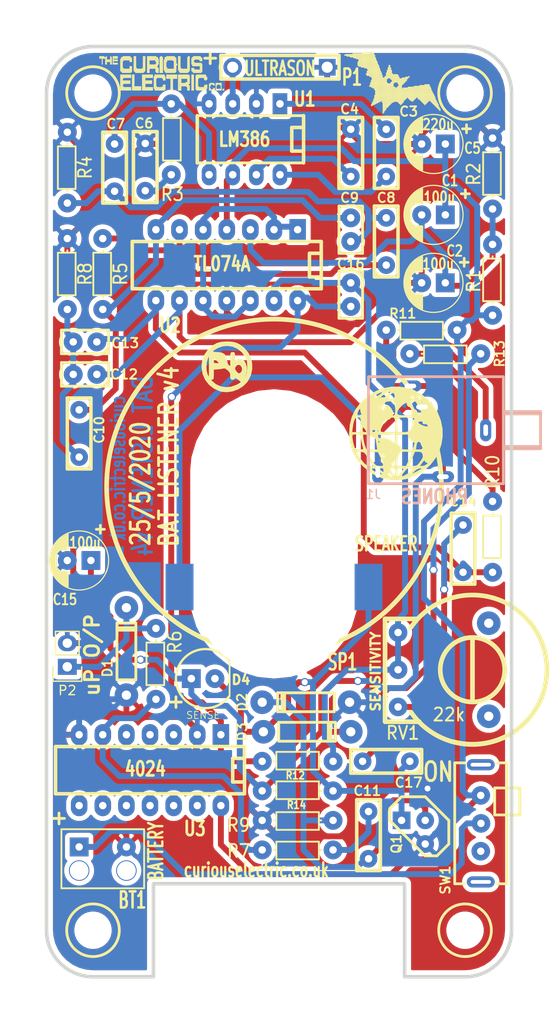
<source format=kicad_pcb>
(kicad_pcb (version 20171130) (host pcbnew "(5.1.0)-1")
  (title_block (date "10 sep 2013"))
  (layers (0 Component signal) (31 Copper signal) (34 B.Paste user) (35 F.Paste user) (36 B.SilkS user) (37 F.SilkS user) (38 B.Mask user) (39 F.Mask user) (44 Edge.Cuts user))
  (net 0 "")
  (net 1 +BATT)
  (net 2 GND)
  (net 3 GNDA)
  (net 4 "Net-(BT1-Pad1)")
  (net 5 "Net-(C1-Pad2)")
  (net 6 "Net-(C3-Pad1)")
  (net 7 "Net-(C3-Pad2)")
  (net 8 "Net-(C4-Pad1)")
  (net 9 "Net-(C6-Pad1)")
  (net 10 "Net-(C7-Pad1)")
  (net 11 "Net-(C7-Pad2)")
  (net 12 "Net-(C8-Pad1)")
  (net 13 "Net-(C10-Pad2)")
  (net 14 "Net-(C10-Pad1)")
  (net 15 "Net-(C11-Pad1)")
  (net 16 "Net-(C11-Pad2)")
  (net 17 "Net-(C12-Pad1)")
  (net 18 "Net-(C13-Pad1)")
  (net 19 "Net-(C14-Pad1)")
  (net 20 "Net-(C15-Pad1)")
  (net 21 "Net-(C16-Pad1)")
  (net 22 "Net-(C16-Pad2)")
  (net 23 "Net-(P1-Pad2)")
  (net 24 "Net-(D1-Pad2)")
  (net 25 "Net-(J1-Pad5)")
  (net 26 "Net-(C17-Pad1)")
  (net 27 "Net-(C17-Pad2)")
  (net 28 "Net-(J1-Pad1)")
  (net 29 "Net-(P13-Pad4)")
  (net 30 "Net-(P13-Pad1)")
  (net 31 "Net-(P13-Pad2)")
  (net 32 "Net-(P13-Pad3)")
  (net 33 "Net-(P13-Pad5)")
  (net 34 "Net-(P13-Pad6)")
  (net 35 "Net-(P13-Pad7)")
  (module reinnovation-footprints:TH_SPEAKER_36mm (layer Component) (at 124.465 87.31)
    (fp_text reference SP1 (at 7.361 18.862) (layer F.SilkS) (effects (font (size 1.72974 1.08712) (thickness 0.27178))))
    (fp_text value SPEAKER (at 12.06 6.162) (layer F.SilkS) (effects (font (size 1.524 1.016) (thickness 0.254))))
    (pad 1 smd rect (at -10.16 10.795) (size 3 5) (layers Copper B.Paste B.Mask) (net 25 "Net-(J1-Pad5)"))
    (pad 2 smd rect (at 10.16 10.795) (size 3 5) (layers Copper B.Paste B.Mask) (net 26 "Net-(C17-Pad1)"))
    (pad "" np_thru_hole oval (at 0 5.08) (size 17 30) (drill oval 17 30) (layers *.Cu *.Mask))
  )
  (module reinnovation-footprints:TH_PRESET_Thumb_Side (layer Component) (at 137.8 106.995)
    (fp_text reference RV1 (at 0.503 6.797) (layer F.SilkS) (effects (font (size 1.397 1.27) (thickness 0.2032))))
    (fp_text value 22k (at 5.461 4.826) (layer F.SilkS) (effects (font (size 1.397 1.27) (thickness 0.2032))))
    (pad 5 thru_hole circle (at 9.75 5) (size 2.54 2.54) (drill 1) (layers *.Cu *.Mask))
    (pad 1 thru_hole circle (at 0 -4) (size 2 2) (drill 0.8) (layers *.Cu *.Mask) (net 21 "Net-(C16-Pad1)"))
    (pad 4 thru_hole circle (at 9.75 -5) (size 2.54 2.54) (drill 1) (layers *.Cu *.Mask))
    (pad 3 thru_hole circle (at 0 4) (size 2 2) (drill 0.8) (layers *.Cu *.Mask) (net 19 "Net-(C14-Pad1)"))
    (pad 2 thru_hole circle (at 0 0) (size 2 2) (drill 0.8) (layers *.Cu *.Mask) (net 21 "Net-(C16-Pad1)"))
  )
  (module REInnovationFootprint:TH_LED-5MM (layer Component) (at 116.84 107.95)
    (fp_text reference D4 (at 4.064 0.127 180) (layer F.SilkS) (effects (font (thickness 0.25))))
    (fp_text value SENSE (at 0 3.937) (layer F.SilkS) (effects (font (size 0.762 0.762) (thickness 0.0889))))
    (fp_text user + (at -2.921 2.413) (layer F.SilkS) (effects (font (size 1.5 1.5) (thickness 0.3))))
    (pad 2 thru_hole circle (at 1.27 0) (size 2.032 2.032) (drill 0.8128) (layers *.Cu *.Mask) (net 26 "Net-(C17-Pad1)"))
    (pad 1 thru_hole rect (at -1.27 0) (size 2.032 2.032) (drill 0.8128) (layers *.Cu *.Mask) (net 20 "Net-(C15-Pad1)"))
  )
  (module REInnovationFootprint:TH_Diode_1 (layer Component) (at 128.27 110.49 180)
    (fp_text reference D2 (at 7.239 0 270) (layer F.SilkS) (effects (font (size 1.016 1.016) (thickness 0.2032))))
    (fp_text value 1N4148 hide)
    (pad 1 thru_hole circle (at -4.318 0 180) (size 2.54 2.54) (drill 1.00076) (layers *.Cu *.Mask) (net 2 GND))
    (pad 2 thru_hole circle (at 5.08 0 180) (size 2.54 2.54) (drill 1.00076) (layers *.Cu *.Mask) (net 15 "Net-(C11-Pad1)"))
  )
  (module REInnovationFootprint:TH_Diode_1 (layer Component) (at 108.59 105.41 90)
    (fp_text reference D1 (at -1.397 -2.037 90) (layer F.SilkS) (effects (font (size 1.016 1.016) (thickness 0.2032))))
    (fp_text value "5V1 ZENER" hide)
    (pad 1 thru_hole circle (at -4.318 0 90) (size 2.54 2.54) (drill 1.00076) (layers *.Cu *.Mask) (net 2 GND))
    (pad 2 thru_hole circle (at 5.08 0 90) (size 2.54 2.54) (drill 1.00076) (layers *.Cu *.Mask) (net 24 "Net-(D1-Pad2)"))
  )
  (module REInnovationFootprint:TH_Diode_1 (layer Component) (at 127.635 113.665)
    (fp_text reference D3 (at -6.604 0 90) (layer F.SilkS) (effects (font (size 1.016 1.016) (thickness 0.2032))))
    (fp_text value 1N4148 hide)
    (pad 1 thru_hole circle (at -4.318 0) (size 2.54 2.54) (drill 1.00076) (layers *.Cu *.Mask) (net 26 "Net-(C17-Pad1)"))
    (pad 2 thru_hole circle (at 5.08 0) (size 2.54 2.54) (drill 1.00076) (layers *.Cu *.Mask) (net 20 "Net-(C15-Pad1)"))
  )
  (module reinnovation-footprints:TH_Pin_Header_Straight_1x02 (layer Component) (at 102.235 106.68 180)
    (fp_text reference P2 (at 0 -2.54 180) (layer F.SilkS))
    (fp_text value "uP O/P" (at -2.667 1.27 270) (layer F.SilkS) (effects (font (size 1.524 1.524) (thickness 0.3048))))
    (pad 1 thru_hole rect (at 0 0 180) (size 2.032 1.7272) (drill 1.016) (layers *.Cu *.Mask) (net 24 "Net-(D1-Pad2)"))
    (pad 2 thru_hole oval (at 0 2.54 180) (size 2.032 1.7272) (drill 1.016) (layers *.Cu *.Mask) (net 2 GND))
  )
  (module REInnovationFootprint:NPN_BC337 (layer Component) (at 139.446 124.46 270)
    (fp_text reference Q1 (at 1.2827 1.8288 270) (layer F.SilkS) (effects (font (size 1.016 1.016) (thickness 0.2032))))
    (fp_text value BC337 hide)
    (pad 3 thru_hole circle (at 1.27 -1.27 270) (size 1.905 1.905) (drill 0.8001) (layers *.Cu *.Mask) (net 2 GND))
    (pad 2 thru_hole circle (at -1.27 -1.27 270) (size 1.905 1.905) (drill 0.8001) (layers *.Cu *.Mask) (net 15 "Net-(C11-Pad1)"))
    (pad 1 thru_hole rect (at -1.27 1.27 270) (size 1.905 1.905) (drill 0.8001) (layers *.Cu *.Mask) (net 26 "Net-(C17-Pad1)"))
  )
  (module reinnovation-footprints:SW_SPDT_R_Angle_ALIEX (layer Component) (at 146.69 123.505)
    (fp_text reference SW1 (at -3.81 6.096 270) (layer F.SilkS) (effects (font (size 1.016 1.016) (thickness 0.2032))))
    (fp_text value ON/OFF hide)
    (pad 2 thru_hole circle (at 0.0254 0.00762) (size 2 2) (drill 0.8) (layers *.Cu *.Mask) (net 4 "Net-(BT1-Pad1)"))
    (pad 1 thru_hole circle (at 0 -3) (size 2 2) (drill 0.8) (layers *.Cu *.Mask) (net 1 +BATT))
    (pad 3 thru_hole circle (at 0 3) (size 2 2) (drill 0.8) (layers *.Cu *.Mask))
    (pad 4 thru_hole oval (at 0 -6.3) (size 3 1.2) (drill oval 2.2 0.4) (layers *.Cu *.Mask))
    (pad 5 thru_hole oval (at 0 6.3) (size 3 1.2) (drill oval 2.2 0.4) (layers *.Cu *.Mask))
  )
  (module REInnovationFootprint:Batt_Connector_Strain_Relief (layer Component) (at 104.78 126.045)
    (fp_text reference BT1 (at 4.445 5.715 180) (layer F.SilkS) (effects (font (size 1.72974 1.08712) (thickness 0.27178))))
    (fp_text value BATTERY (at 6.98 0.447 90) (layer F.SilkS) (effects (font (size 1.524 1.016) (thickness 0.254))))
    (fp_text user + (at -3.434 -3.175) (layer F.SilkS) (effects (font (size 1.524 1.524) (thickness 0.3048))))
    (pad 1 thru_hole rect (at -1.27 0) (size 2.032 2.032) (drill 0.8001) (layers *.Cu *.Mask) (net 4 "Net-(BT1-Pad1)"))
    (pad 2 thru_hole circle (at 3.81 0) (size 2.032 2.032) (drill 0.8001) (layers *.Cu *.Mask) (net 2 GND))
    (pad 3 thru_hole circle (at -1.27 2.54) (size 2.19964 2.19964) (drill 1.99898) (layers *.Cu *.Mask))
    (pad 4 thru_hole circle (at 3.81 2.54) (size 2.19964 2.19964) (drill 1.99898) (layers *.Cu *.Mask))
  )
  (module REInnovationFootprint:DIP-14__300_ELL_lg_pad (layer Component) (at 119.38 63.5 180)
    (fp_text reference U2 (at 6.096 -6.477) (layer F.SilkS) (effects (font (size 1.524 1.143) (thickness 0.28702))))
    (fp_text value TL074A (at 0.508 0.127 180) (layer F.SilkS) (effects (font (size 1.524 1.143) (thickness 0.28575))))
    (pad 14 thru_hole oval (at -7.62 -3.81 180) (size 1.778 2.286) (drill 0.8) (layers *.Cu *.Mask) (net 22 "Net-(C16-Pad2)"))
    (pad 13 thru_hole oval (at -5.08 -3.81 180) (size 1.778 2.286) (drill 0.8) (layers *.Cu *.Mask) (net 21 "Net-(C16-Pad1)"))
    (pad 12 thru_hole oval (at -2.54 -3.81 180) (size 1.778 2.286) (drill 0.8) (layers *.Cu *.Mask) (net 3 GNDA))
    (pad 11 thru_hole oval (at 0 -3.81 180) (size 1.778 2.286) (drill 0.8) (layers *.Cu *.Mask) (net 2 GND))
    (pad 10 thru_hole oval (at 2.54 -3.81 180) (size 1.778 2.286) (drill 0.8) (layers *.Cu *.Mask) (net 3 GNDA))
    (pad 9 thru_hole oval (at 5.08 -3.81 180) (size 1.778 2.286) (drill 0.8) (layers *.Cu *.Mask) (net 17 "Net-(C12-Pad1)"))
    (pad 8 thru_hole oval (at 7.62 -3.81 180) (size 1.778 2.286) (drill 0.8) (layers *.Cu *.Mask) (net 18 "Net-(C13-Pad1)"))
    (pad 7 thru_hole oval (at 7.62 3.81 180) (size 1.778 2.286) (drill 0.8) (layers *.Cu *.Mask) (net 13 "Net-(C10-Pad2)"))
    (pad 6 thru_hole oval (at 5.08 3.81 180) (size 1.778 2.286) (drill 0.8) (layers *.Cu *.Mask) (net 12 "Net-(C8-Pad1)"))
    (pad 5 thru_hole oval (at 2.54 3.81 180) (size 1.778 2.286) (drill 0.8) (layers *.Cu *.Mask) (net 3 GNDA))
    (pad 4 thru_hole oval (at 0 3.81 180) (size 1.778 2.286) (drill 0.8) (layers *.Cu *.Mask) (net 1 +BATT))
    (pad 3 thru_hole oval (at -2.54 3.81 180) (size 1.778 2.286) (drill 0.8) (layers *.Cu *.Mask) (net 5 "Net-(C1-Pad2)"))
    (pad 2 thru_hole oval (at -5.08 3.81 180) (size 1.778 2.286) (drill 0.8) (layers *.Cu *.Mask) (net 3 GNDA))
    (pad 1 thru_hole rect (at -7.62 3.81 180) (size 1.778 2.286) (drill 0.8) (layers *.Cu *.Mask) (net 3 GNDA))
  )
  (module REInnovationFootprint:DIP-14__300_ELL_lg_pad (layer Component) (at 111.13 117.79 180)
    (fp_text reference U3 (at -4.821 -6.289) (layer F.SilkS) (effects (font (size 1.524 1.143) (thickness 0.28702))))
    (fp_text value 4024 (at 0.508 0.127 180) (layer F.SilkS) (effects (font (size 1.524 1.143) (thickness 0.28575))))
    (pad 14 thru_hole oval (at -7.62 -3.81 180) (size 1.778 2.286) (drill 0.8) (layers *.Cu *.Mask) (net 1 +BATT))
    (pad 13 thru_hole oval (at -5.08 -3.81 180) (size 1.778 2.286) (drill 0.8) (layers *.Cu *.Mask))
    (pad 12 thru_hole oval (at -2.54 -3.81 180) (size 1.778 2.286) (drill 0.8) (layers *.Cu *.Mask) (net 30 "Net-(P13-Pad1)"))
    (pad 11 thru_hole oval (at 0 -3.81 180) (size 1.778 2.286) (drill 0.8) (layers *.Cu *.Mask) (net 31 "Net-(P13-Pad2)"))
    (pad 10 thru_hole oval (at 2.54 -3.81 180) (size 1.778 2.286) (drill 0.8) (layers *.Cu *.Mask))
    (pad 9 thru_hole oval (at 5.08 -3.81 180) (size 1.778 2.286) (drill 0.8) (layers *.Cu *.Mask) (net 32 "Net-(P13-Pad3)"))
    (pad 8 thru_hole oval (at 7.62 -3.81 180) (size 1.778 2.286) (drill 0.8) (layers *.Cu *.Mask))
    (pad 7 thru_hole oval (at 7.62 3.81 180) (size 1.778 2.286) (drill 0.8) (layers *.Cu *.Mask) (net 2 GND))
    (pad 6 thru_hole oval (at 5.08 3.81 180) (size 1.778 2.286) (drill 0.8) (layers *.Cu *.Mask) (net 29 "Net-(P13-Pad4)"))
    (pad 5 thru_hole oval (at 2.54 3.81 180) (size 1.778 2.286) (drill 0.8) (layers *.Cu *.Mask) (net 33 "Net-(P13-Pad5)"))
    (pad 4 thru_hole oval (at 0 3.81 180) (size 1.778 2.286) (drill 0.8) (layers *.Cu *.Mask) (net 34 "Net-(P13-Pad6)"))
    (pad 3 thru_hole oval (at -2.54 3.81 180) (size 1.778 2.286) (drill 0.8) (layers *.Cu *.Mask) (net 35 "Net-(P13-Pad7)"))
    (pad 2 thru_hole oval (at -5.08 3.81 180) (size 1.778 2.286) (drill 0.8) (layers *.Cu *.Mask) (net 2 GND))
    (pad 1 thru_hole rect (at -7.62 3.81 180) (size 1.778 2.286) (drill 0.8) (layers *.Cu *.Mask) (net 22 "Net-(C16-Pad2)"))
  )
  (module REInnovationFootprint:DIP-8_300_ELL (layer Component) (at 117.48 49.972 180)
    (fp_text reference U1 (at -10.287 4.318 180) (layer F.SilkS) (effects (font (size 1.524 1.143) (thickness 0.28702))))
    (fp_text value LM386 (at -3.81 0 180) (layer F.SilkS) (effects (font (size 1.524 1.143) (thickness 0.28702))))
    (pad 1 thru_hole rect (at -7.62 3.81 180) (size 1.5748 2.286) (drill 0.8128) (layers *.Cu *.Mask) (net 6 "Net-(C3-Pad1)"))
    (pad 2 thru_hole oval (at -5.08 3.81 180) (size 1.5748 2.286) (drill 0.8128) (layers *.Cu *.Mask) (net 2 GND))
    (pad 3 thru_hole oval (at -2.54 3.81 180) (size 1.5748 2.286) (drill 0.8128) (layers *.Cu *.Mask) (net 23 "Net-(P1-Pad2)"))
    (pad 4 thru_hole oval (at 0 3.81 180) (size 1.5748 2.286) (drill 0.8128) (layers *.Cu *.Mask) (net 2 GND))
    (pad 5 thru_hole oval (at 0 -3.81 180) (size 1.5748 2.286) (drill 0.8128) (layers *.Cu *.Mask) (net 10 "Net-(C7-Pad1)"))
    (pad 6 thru_hole oval (at -2.54 -3.81 180) (size 1.5748 2.286) (drill 0.8128) (layers *.Cu *.Mask) (net 1 +BATT))
    (pad 7 thru_hole oval (at -5.08 -3.81 180) (size 1.5748 2.286) (drill 0.8128) (layers *.Cu *.Mask) (net 8 "Net-(C4-Pad1)"))
    (pad 8 thru_hole oval (at -7.62 -3.81 180) (size 1.5748 2.286) (drill 0.8128) (layers *.Cu *.Mask) (net 7 "Net-(C3-Pad2)"))
  )
  (module reinnovation-footprints:TH_Ultra_sonic_Rx (layer Component) (at 128.91 42.225 180)
    (fp_text reference P1 (at -3.932 -1.082 180) (layer F.SilkS) (effects (font (size 1.72974 1.08712) (thickness 0.27178))))
    (fp_text value ULTRASON (at 3.81 -0.127 180) (layer F.SilkS) (effects (font (size 1.524 1.016) (thickness 0.254))))
    (fp_text user + (at 11.308 1.077 180) (layer F.SilkS) (effects (font (size 1.524 1.524) (thickness 0.3048))))
    (pad 1 thru_hole rect (at -1.27 0 180) (size 1.80086 1.80086) (drill 1.2) (layers *.Cu *.Mask) (net 2 GND))
    (pad 2 thru_hole circle (at 8.89 0 180) (size 2 2) (drill 1.2) (layers *.Cu *.Mask) (net 23 "Net-(P1-Pad2)"))
  )
  (module reinnovation-footprints:PCB_50x100mm_PP3_CutOut (layer Component) (at 100 140)
    (fp_text reference P5 hide)
    (fp_text value PCB hide)
    (pad "" np_thru_hole circle (at 45 -95) (size 3 3) (drill 3) (layers *.Cu *.Mask))
    (pad "" np_thru_hole circle (at 5 -95) (size 3 3) (drill 3) (layers *.Cu *.Mask))
    (pad "" np_thru_hole circle (at 5 -5) (size 3 3) (drill 3) (layers *.Cu *.Mask))
    (pad "" np_thru_hole circle (at 45 -5) (size 3 3) (drill 3) (layers *.Cu *.Mask))
  )
  (module REInnovationFootprint:C_1V7_TH (layer Component) (at 141.61 58.1 180)
    (fp_text reference C1 (at -1.778 3.683 180) (layer F.SilkS) (effects (font (size 1.143 0.889) (thickness 0.2032))))
    (fp_text value 100u (at -0.635 1.905 180) (layer F.SilkS) (effects (font (size 1.143 0.889) (thickness 0.2032))))
    (fp_text user + (at -3.424 2.347 180) (layer F.SilkS) (effects (font (size 1.143 1.143) (thickness 0.28702))))
    (pad 2 thru_hole circle (at 1.27 0 180) (size 2.032 2.032) (drill 0.8001) (layers *.Cu *.Mask) (net 5 "Net-(C1-Pad2)"))
    (pad 1 thru_hole rect (at -1.27 0 180) (size 2.032 2.032) (drill 0.8001) (layers *.Cu *.Mask) (net 1 +BATT))
  )
  (module REInnovationFootprint:C_1V7_TH (layer Component) (at 141.61 50.48 180)
    (fp_text reference C5 (at -4.186 -0.447 180) (layer F.SilkS) (effects (font (size 1.143 0.889) (thickness 0.2032))))
    (fp_text value 220u (at -0.503 2.093 180) (layer F.SilkS) (effects (font (size 1.143 0.889) (thickness 0.2032))))
    (fp_text user + (at -3.551 1.712 180) (layer F.SilkS) (effects (font (size 1.143 1.143) (thickness 0.28702))))
    (pad 2 thru_hole circle (at 1.27 0 180) (size 2.032 2.032) (drill 0.8001) (layers *.Cu *.Mask) (net 2 GND))
    (pad 1 thru_hole rect (at -1.27 0 180) (size 2.032 2.032) (drill 0.8001) (layers *.Cu *.Mask) (net 1 +BATT))
  )
  (module REInnovationFootprint:C_1V7_TH (layer Component) (at 141.605 65.405 180)
    (fp_text reference C2 (at -2.286 3.429 180) (layer F.SilkS) (effects (font (size 1.143 0.889) (thickness 0.2032))))
    (fp_text value 100u (at -0.508 2.032 180) (layer F.SilkS) (effects (font (size 1.143 0.889) (thickness 0.2032))))
    (fp_text user + (at -3.302 2.286 180) (layer F.SilkS) (effects (font (size 1.143 1.143) (thickness 0.28702))))
    (pad 2 thru_hole circle (at 1.27 0 180) (size 2.032 2.032) (drill 0.8001) (layers *.Cu *.Mask) (net 2 GND))
    (pad 1 thru_hole rect (at -1.27 0 180) (size 2.032 2.032) (drill 0.8001) (layers *.Cu *.Mask) (net 5 "Net-(C1-Pad2)"))
  )
  (module REInnovationFootprint:C_1V7_TH (layer Component) (at 103.505 95.25 180)
    (fp_text reference C15 (at 1.524 -4.191 180) (layer F.SilkS) (effects (font (size 1.143 0.889) (thickness 0.2032))))
    (fp_text value 100u (at -0.635 1.905 180) (layer F.SilkS) (effects (font (size 1.143 0.889) (thickness 0.2032))))
    (fp_text user + (at -2.286 3.429 180) (layer F.SilkS) (effects (font (size 1.143 1.143) (thickness 0.28702))))
    (pad 2 thru_hole circle (at 1.27 0 180) (size 2.032 2.032) (drill 0.8001) (layers *.Cu *.Mask) (net 2 GND))
    (pad 1 thru_hole rect (at -1.27 0 180) (size 2.032 2.032) (drill 0.8001) (layers *.Cu *.Mask) (net 20 "Net-(C15-Pad1)"))
  )
  (module REInnovationFootprint:TH_Resistor_1 (layer Component) (at 147.96 92.71 90)
    (fp_text reference R10 (at 6.985 0 270) (layer F.SilkS) (effects (font (size 1.397 1.27) (thickness 0.2032))))
    (fp_text value 560k hide)
    (pad 1 thru_hole circle (at -3.81 0 90) (size 2.032 2.032) (drill 0.8001) (layers *.Cu *.Mask) (net 18 "Net-(C13-Pad1)"))
    (pad 2 thru_hole circle (at 3.81 0 90) (size 2.032 2.032) (drill 0.8001) (layers *.Cu *.Mask) (net 17 "Net-(C12-Pad1)"))
  )
  (module REInnovationFootprint:TH_Resistor_1 (layer Component) (at 147.96 65.085 90)
    (fp_text reference R1 (at -0.127 -2.032 90) (layer F.SilkS) (effects (font (size 1.397 1.27) (thickness 0.2032))))
    (fp_text value 47k hide)
    (pad 1 thru_hole circle (at -3.81 0 90) (size 2.032 2.032) (drill 0.8001) (layers *.Cu *.Mask) (net 1 +BATT))
    (pad 2 thru_hole circle (at 3.81 0 90) (size 2.032 2.032) (drill 0.8001) (layers *.Cu *.Mask) (net 5 "Net-(C1-Pad2)"))
  )
  (module REInnovationFootprint:TH_Resistor_1 (layer Component) (at 147.96 53.655 90)
    (fp_text reference R2 (at -0.066 -2.037 90) (layer F.SilkS) (effects (font (size 1.397 1.27) (thickness 0.2032))))
    (fp_text value 47k hide)
    (pad 1 thru_hole circle (at -3.81 0 90) (size 2.032 2.032) (drill 0.8001) (layers *.Cu *.Mask) (net 5 "Net-(C1-Pad2)"))
    (pad 2 thru_hole circle (at 3.81 0 90) (size 2.032 2.032) (drill 0.8001) (layers *.Cu *.Mask) (net 2 GND))
  )
  (module REInnovationFootprint:TH_Resistor_1 (layer Component) (at 113.416 49.972 270)
    (fp_text reference R3 (at 5.908 -0.122 180) (layer F.SilkS) (effects (font (size 1.397 1.27) (thickness 0.2032))))
    (fp_text value 10 hide)
    (pad 1 thru_hole circle (at -3.81 0 270) (size 2.032 2.032) (drill 0.8001) (layers *.Cu *.Mask) (net 10 "Net-(C7-Pad1)"))
    (pad 2 thru_hole circle (at 3.81 0 270) (size 2.032 2.032) (drill 0.8001) (layers *.Cu *.Mask) (net 9 "Net-(C6-Pad1)"))
  )
  (module REInnovationFootprint:TH_Resistor_1 (layer Component) (at 102.24 53.02 90)
    (fp_text reference R4 (at 0 1.905 270) (layer F.SilkS) (effects (font (size 1.397 1.27) (thickness 0.2032))))
    (fp_text value 1k3 hide)
    (pad 1 thru_hole circle (at -3.81 0 90) (size 2.032 2.032) (drill 0.8001) (layers *.Cu *.Mask) (net 11 "Net-(C7-Pad2)"))
    (pad 2 thru_hole circle (at 3.81 0 90) (size 2.032 2.032) (drill 0.8001) (layers *.Cu *.Mask) (net 2 GND))
  )
  (module REInnovationFootprint:TH_Resistor_1 (layer Component) (at 106.05 64.45 90)
    (fp_text reference R5 (at 0 1.905 90) (layer F.SilkS) (effects (font (size 1.397 1.27) (thickness 0.2032))))
    (fp_text value 150k hide)
    (pad 1 thru_hole circle (at -3.81 0 90) (size 2.032 2.032) (drill 0.8001) (layers *.Cu *.Mask) (net 13 "Net-(C10-Pad2)"))
    (pad 2 thru_hole circle (at 3.81 0 90) (size 2.032 2.032) (drill 0.8001) (layers *.Cu *.Mask) (net 12 "Net-(C8-Pad1)"))
  )
  (module REInnovationFootprint:TH_Resistor_1 (layer Component) (at 111.765 106.36 90)
    (fp_text reference R6 (at 2.347 2.027 90) (layer F.SilkS) (effects (font (size 1.397 1.27) (thickness 0.2032))))
    (fp_text value 100k hide)
    (pad 1 thru_hole circle (at -3.81 0 90) (size 2.032 2.032) (drill 0.8001) (layers *.Cu *.Mask) (net 29 "Net-(P13-Pad4)"))
    (pad 2 thru_hole circle (at 3.81 0 90) (size 2.032 2.032) (drill 0.8001) (layers *.Cu *.Mask) (net 24 "Net-(D1-Pad2)"))
  )
  (module REInnovationFootprint:TH_Resistor_1 (layer Component) (at 127 126.365 180)
    (fp_text reference R7 (at 6.35 -0.127 180) (layer F.SilkS) (effects (font (size 1.397 1.27) (thickness 0.2032))))
    (fp_text value 1k hide)
    (pad 1 thru_hole circle (at -3.81 0 180) (size 2.032 2.032) (drill 0.8001) (layers *.Cu *.Mask) (net 16 "Net-(C11-Pad2)"))
    (pad 2 thru_hole circle (at 3.81 0 180) (size 2.032 2.032) (drill 0.8001) (layers *.Cu *.Mask) (net 29 "Net-(P13-Pad4)"))
  )
  (module REInnovationFootprint:TH_Resistor_1 (layer Component) (at 102.24 64.45 90)
    (fp_text reference R8 (at 0 1.905 90) (layer F.SilkS) (effects (font (size 1.397 1.27) (thickness 0.2032))))
    (fp_text value 1k hide)
    (pad 1 thru_hole circle (at -3.81 0 90) (size 2.032 2.032) (drill 0.8001) (layers *.Cu *.Mask) (net 14 "Net-(C10-Pad1)"))
    (pad 2 thru_hole circle (at 3.81 0 90) (size 2.032 2.032) (drill 0.8001) (layers *.Cu *.Mask) (net 2 GND))
  )
  (module REInnovationFootprint:TH_Resistor_1 (layer Component) (at 127 123.19 180)
    (fp_text reference R9 (at 6.35 -0.508 180) (layer F.SilkS) (effects (font (size 1.397 1.27) (thickness 0.2032))))
    (fp_text value 470k hide)
    (pad 1 thru_hole circle (at -3.81 0 180) (size 2.032 2.032) (drill 0.8001) (layers *.Cu *.Mask) (net 15 "Net-(C11-Pad1)"))
    (pad 2 thru_hole circle (at 3.81 0 180) (size 2.032 2.032) (drill 0.8001) (layers *.Cu *.Mask) (net 2 GND))
  )
  (module REInnovationFootprint:TH_Resistor_1 (layer Component) (at 140.335 70.485 180)
    (fp_text reference R11 (at 2.032 1.778) (layer F.SilkS) (effects (font (thickness 0.2032))))
    (fp_text value 100 hide)
    (pad 1 thru_hole circle (at -3.81 0 180) (size 2.032 2.032) (drill 0.8001) (layers *.Cu *.Mask) (net 1 +BATT))
    (pad 2 thru_hole circle (at 3.81 0 180) (size 2.032 2.032) (drill 0.8001) (layers *.Cu *.Mask) (net 20 "Net-(C15-Pad1)"))
  )
  (module REInnovationFootprint:TH_Resistor_1 (layer Component) (at 127 120.015)
    (fp_text reference R14 (at -0.127 1.524) (layer F.SilkS) (effects (font (size 0.8 0.7) (thickness 0.175))))
    (fp_text value 1k hide)
    (pad 1 thru_hole circle (at -3.81 0) (size 2.032 2.032) (drill 0.8001) (layers *.Cu *.Mask) (net 20 "Net-(C15-Pad1)"))
    (pad 2 thru_hole circle (at 3.81 0) (size 2.032 2.032) (drill 0.8001) (layers *.Cu *.Mask) (net 26 "Net-(C17-Pad1)"))
  )
  (module REInnovationFootprint:TH_Resistor_1 (layer Component) (at 142.875 73.025 180)
    (fp_text reference R13 (at -5.842 0 270) (layer F.SilkS) (effects (font (thickness 0.2032))))
    (fp_text value 100 hide)
    (pad 1 thru_hole circle (at -3.81 0 180) (size 2.032 2.032) (drill 0.8001) (layers *.Cu *.Mask) (net 27 "Net-(C17-Pad2)"))
    (pad 2 thru_hole circle (at 3.81 0 180) (size 2.032 2.032) (drill 0.8001) (layers *.Cu *.Mask) (net 28 "Net-(J1-Pad1)"))
  )
  (module REInnovationFootprint:TH_Resistor_1 (layer Component) (at 127 116.84)
    (fp_text reference R12 (at -0.254 1.524) (layer F.SilkS) (effects (font (size 0.8 0.7) (thickness 0.175))))
    (fp_text value 10k hide)
    (pad 1 thru_hole circle (at -3.81 0) (size 2.032 2.032) (drill 0.8001) (layers *.Cu *.Mask) (net 22 "Net-(C16-Pad2)"))
    (pad 2 thru_hole circle (at 3.81 0) (size 2.032 2.032) (drill 0.8001) (layers *.Cu *.Mask) (net 21 "Net-(C16-Pad1)"))
  )
  (module REInnovationFootprint:TH_3_5mm_Jack_oval_holes (layer Copper) (at 134.62 86.995 90)
    (fp_text reference J1 (at -1.143 0.508) (layer B.SilkS) (effects (justify mirror)))
    (fp_text value PHONES (at -1.397 7.112) (layer B.SilkS) (effects (font (size 1.5 1.2) (thickness 0.3)) (justify mirror)))
    (pad 5 thru_hole oval (at 1.25 1 90) (size 2.4 1.2) (drill oval 1.25 0.5) (layers *.Cu *.Mask) (net 25 "Net-(J1-Pad5)"))
    (pad 3 thru_hole oval (at 10.5 4.5 90) (size 1.2 2.4) (drill oval 0.5 1.25) (layers *.Cu *.Mask) (net 20 "Net-(C15-Pad1)"))
    (pad 2 thru_hole oval (at 0.75 8 90) (size 1.2 2.4) (drill oval 0.5 1.25) (layers *.Cu *.Mask) (net 20 "Net-(C15-Pad1)"))
    (pad 1 thru_hole oval (at 5.75 12.6 90) (size 2.4 1.2) (drill oval 1.25 0.5) (layers *.Cu *.Mask) (net 28 "Net-(J1-Pad1)"))
    (pad 6 thru_hole oval (at 8.25 5.75 90) (size 1.2 2.4) (drill oval 0.5 1.25) (layers *.Cu *.Mask) (net 25 "Net-(J1-Pad5)"))
  )
  (module CuriousElectric3:TCEC_Words_13mm (layer Component) (at 105.41 40.767)
    (fp_text reference P10 hide)
    (fp_text value LOGO1 hide)
  )
  (module CuriousElectric3:CuriousElectric_globe_10mm (layer Component) (at 137.541 81.534)
    (fp_text reference P11 hide)
    (fp_text value LOGO2 hide)
  )
  (module CuriousElectric3:Bat_Logo (layer Component) (at 131.826 40.005)
    (fp_text reference P4 hide)
    (fp_text value BAT hide)
  )
  (module REInnovationGraphics:PH_LOGO_NO_Pb (layer Component) (at 119.38 74.422)
    (fp_text reference P3 hide)
    (fp_text value NO_Pb hide)
  )
  (module REInnovationFootprint:C1_wide_lg_pad (layer Component) (at 136.525 50.165 270)
    (fp_text reference C3 (at -3.175 -2.413) (layer F.SilkS) (effects (font (size 1.016 1.016) (thickness 0.2032))))
    (fp_text value 220n hide)
    (pad 1 thru_hole circle (at -1.27 0 270) (size 1.905 1.905) (drill 0.8001) (layers *.Cu *.Mask) (net 6 "Net-(C3-Pad1)"))
    (pad 2 thru_hole circle (at 3.81 0 270) (size 1.905 1.905) (drill 0.8001) (layers *.Cu *.Mask) (net 7 "Net-(C3-Pad2)"))
  )
  (module REInnovationFootprint:C1_wide_lg_pad (layer Component) (at 132.715 52.705 90)
    (fp_text reference C4 (at 5.969 -0.127 180) (layer F.SilkS) (effects (font (size 1.016 1.016) (thickness 0.2032))))
    (fp_text value 47n hide)
    (pad 1 thru_hole circle (at -1.27 0 90) (size 1.905 1.905) (drill 0.8001) (layers *.Cu *.Mask) (net 8 "Net-(C4-Pad1)"))
    (pad 2 thru_hole circle (at 3.81 0 90) (size 1.905 1.905) (drill 0.8001) (layers *.Cu *.Mask) (net 2 GND))
  )
  (module REInnovationFootprint:C1_wide_lg_pad (layer Component) (at 110.617 54.229 90)
    (fp_text reference C6 (at 5.969 -0.127 180) (layer F.SilkS) (effects (font (size 1.016 1.016) (thickness 0.2032))))
    (fp_text value 47n hide)
    (pad 2 thru_hole circle (at 3.81 0 90) (size 1.905 1.905) (drill 0.8001) (layers *.Cu *.Mask) (net 2 GND))
    (pad 1 thru_hole circle (at -1.27 0 90) (size 1.905 1.905) (drill 0.8001) (layers *.Cu *.Mask) (net 9 "Net-(C6-Pad1)"))
  )
  (module REInnovationFootprint:C1_wide_lg_pad (layer Component) (at 107.32 51.75 270)
    (fp_text reference C7 (at -3.429 -0.127) (layer F.SilkS) (effects (font (size 1.016 1.016) (thickness 0.2032))))
    (fp_text value 2n2 hide)
    (pad 1 thru_hole circle (at -1.27 0 270) (size 1.905 1.905) (drill 0.8001) (layers *.Cu *.Mask) (net 10 "Net-(C7-Pad1)"))
    (pad 2 thru_hole circle (at 3.81 0 270) (size 1.905 1.905) (drill 0.8001) (layers *.Cu *.Mask) (net 11 "Net-(C7-Pad2)"))
  )
  (module REInnovationFootprint:C1_wide_lg_pad (layer Component) (at 136.525 62.23 90)
    (fp_text reference C8 (at 5.969 0 180) (layer F.SilkS) (effects (font (size 1.016 1.016) (thickness 0.2032))))
    (fp_text value 1n5 hide)
    (pad 2 thru_hole circle (at 3.81 0 90) (size 1.905 1.905) (drill 0.8001) (layers *.Cu *.Mask) (net 11 "Net-(C7-Pad2)"))
    (pad 1 thru_hole circle (at -1.27 0 90) (size 1.905 1.905) (drill 0.8001) (layers *.Cu *.Mask) (net 12 "Net-(C8-Pad1)"))
  )
  (module REInnovationFootprint:C1_wide_lg_pad (layer Component) (at 103.51 82.865 90)
    (fp_text reference C10 (at 1.651 2.159 90) (layer F.SilkS) (effects (font (size 1.016 1.016) (thickness 0.2032))))
    (fp_text value 1n hide)
    (pad 2 thru_hole circle (at 3.81 0 90) (size 1.905 1.905) (drill 0.8001) (layers *.Cu *.Mask) (net 13 "Net-(C10-Pad2)"))
    (pad 1 thru_hole circle (at -1.27 0 90) (size 1.905 1.905) (drill 0.8001) (layers *.Cu *.Mask) (net 14 "Net-(C10-Pad1)"))
  )
  (module REInnovationFootprint:C1_wide_lg_pad (layer Component) (at 134.625 126.045 90)
    (fp_text reference C11 (at 6.03 -0.132) (layer F.SilkS) (effects (font (size 1.016 1.016) (thickness 0.2032))))
    (fp_text value 33n hide)
    (pad 2 thru_hole circle (at 3.81 0 90) (size 1.905 1.905) (drill 0.8001) (layers *.Cu *.Mask) (net 16 "Net-(C11-Pad2)"))
    (pad 1 thru_hole circle (at -1.27 0 90) (size 1.905 1.905) (drill 0.8001) (layers *.Cu *.Mask) (net 15 "Net-(C11-Pad1)"))
  )
  (module REInnovationFootprint:C1_wide_lg_pad (layer Component) (at 144.785 92.71 270)
    (fp_text reference C14 (at -3.81 0) (layer F.SilkS) (effects (font (size 1.016 1.016) (thickness 0.2032))))
    (fp_text value 100n hide)
    (pad 1 thru_hole circle (at -1.27 0 270) (size 1.905 1.905) (drill 0.8001) (layers *.Cu *.Mask) (net 19 "Net-(C14-Pad1)"))
    (pad 2 thru_hole circle (at 3.81 0 270) (size 1.905 1.905) (drill 0.8001) (layers *.Cu *.Mask) (net 18 "Net-(C13-Pad1)"))
  )
  (module REInnovationFootprint:C1_wide_lg_pad (layer Component) (at 137.795 116.84 180)
    (fp_text reference C17 (at -1.143 -2.286 180) (layer F.SilkS) (effects (font (size 1.016 1.016) (thickness 0.2032))))
    (fp_text value 33n hide)
    (pad 2 thru_hole circle (at 3.81 0 180) (size 1.905 1.905) (drill 0.8001) (layers *.Cu *.Mask) (net 27 "Net-(C17-Pad2)"))
    (pad 1 thru_hole circle (at -1.27 0 180) (size 1.905 1.905) (drill 0.8001) (layers *.Cu *.Mask) (net 26 "Net-(C17-Pad1)"))
  )
  (module REInnovationFootprint:C1_lg_pad (layer Component) (at 132.715 59.69 270)
    (fp_text reference C9 (at -3.429 0.127) (layer F.SilkS) (effects (font (size 1.016 1.016) (thickness 0.2032))))
    (fp_text value 100p hide)
    (pad 2 thru_hole circle (at 1.27 0 270) (size 2.032 2.032) (drill 0.8001) (layers *.Cu *.Mask) (net 11 "Net-(C7-Pad2)"))
    (pad 1 thru_hole circle (at -1.27 0 270) (size 2.032 2.032) (drill 0.8001) (layers *.Cu *.Mask) (net 13 "Net-(C10-Pad2)"))
  )
  (module REInnovationFootprint:C1_lg_pad (layer Component) (at 104.145 75.245 180)
    (fp_text reference C12 (at -4.191 0 180) (layer F.SilkS) (effects (font (size 1.016 1.016) (thickness 0.2032))))
    (fp_text value 470p hide)
    (pad 2 thru_hole circle (at 1.27 0 180) (size 2.032 2.032) (drill 0.8001) (layers *.Cu *.Mask) (net 14 "Net-(C10-Pad1)"))
    (pad 1 thru_hole circle (at -1.27 0 180) (size 2.032 2.032) (drill 0.8001) (layers *.Cu *.Mask) (net 17 "Net-(C12-Pad1)"))
  )
  (module REInnovationFootprint:C1_lg_pad (layer Component) (at 104.14 71.755 180)
    (fp_text reference C13 (at -4.318 -0.127 180) (layer F.SilkS) (effects (font (size 1.016 1.016) (thickness 0.2032))))
    (fp_text value 470p hide)
    (pad 1 thru_hole circle (at -1.27 0 180) (size 2.032 2.032) (drill 0.8001) (layers *.Cu *.Mask) (net 18 "Net-(C13-Pad1)"))
    (pad 2 thru_hole circle (at 1.27 0 180) (size 2.032 2.032) (drill 0.8001) (layers *.Cu *.Mask) (net 14 "Net-(C10-Pad1)"))
  )
  (module REInnovationFootprint:C1_lg_pad (layer Component) (at 132.715 66.675 270)
    (fp_text reference C16 (at -3.302 0) (layer F.SilkS) (effects (font (size 1.016 1.016) (thickness 0.2032))))
    (fp_text value 100p hide)
    (pad 1 thru_hole circle (at -1.27 0 270) (size 2.032 2.032) (drill 0.8001) (layers *.Cu *.Mask) (net 21 "Net-(C16-Pad1)"))
    (pad 2 thru_hole circle (at 1.27 0 270) (size 2.032 2.032) (drill 0.8001) (layers *.Cu *.Mask) (net 22 "Net-(C16-Pad2)"))
  )
  (gr_text "BAT LISTENER v4" (at 113.157 84.074 90) (layer F.SilkS) (effects (font (size 2.032 1.524) (thickness 0.3048))))
  (gr_line (start 150 135) (end 150 45) (angle 90) (layer Edge.Cuts) (width 0.381))
  (gr_text ON (at 142.113 117.983) (layer F.SilkS) (effects (font (size 2.032 1.524) (thickness 0.3048))))
  (gr_text SENSITIVITY (at 135.382 107.188 90) (layer F.SilkS) (effects (font (size 1 1) (thickness 0.25))))
  (gr_text "BAT LISTENER v4" (at 110.363 85.09 90) (layer Copper) (effects (font (size 2.032 1.524) (thickness 0.3048)) (justify mirror)))
  (gr_text curiouselectric.co.uk (at 107.696 85.344 90) (layer Copper) (effects (font (size 1.50114 1.00076) (thickness 0.25019)) (justify mirror)))
  (gr_line (start 138.5 140) (end 145 140) (angle 90) (layer Edge.Cuts) (width 0.381))
  (gr_line (start 138.5 130) (end 138.5 140) (angle 90) (layer Edge.Cuts) (width 0.381))
  (gr_line (start 111.5 130) (end 138.5 130) (angle 90) (layer Edge.Cuts) (width 0.381))
  (gr_line (start 111.5 140) (end 111.5 130) (angle 90) (layer Edge.Cuts) (width 0.381))
  (gr_line (start 105 140) (end 111.5 140) (angle 90) (layer Edge.Cuts) (width 0.381))
  (gr_arc (start 105 135) (end 105 140) (angle 90) (layer Edge.Cuts) (width 0.381))
  (gr_arc (start 145 135) (end 150 135) (angle 90) (layer Edge.Cuts) (width 0.381))
  (gr_arc (start 145 45) (end 145 40) (angle 90) (layer Edge.Cuts) (width 0.381))
  (gr_arc (start 105 45) (end 100 45) (angle 90) (layer Edge.Cuts) (width 0.381))
  (gr_line (start 145 40) (end 105 40) (angle 90) (layer Edge.Cuts) (width 0.381))
  (gr_line (start 100 45) (end 100 135) (angle 90) (layer Edge.Cuts) (width 0.381))
  (gr_text 25/5/2020 (at 110.109 86.995 90) (layer F.SilkS) (effects (font (size 2.032 1.524) (thickness 0.3048))))
  (gr_text curiouselectric.co.uk (at 122.555 128.524) (layer F.SilkS) (effects (font (size 1.50114 1.00076) (thickness 0.25019))))
  (segment (start 120.02 53.782) (end 120.02 52.573) (width 0.635) (layer Copper) (net 1))
  (segment (start 133.096 52.324) (end 142.88 52.324) (width 0.635) (layer Copper) (net 1))
  (segment (start 131.699 50.927) (end 133.096 52.324) (width 0.635) (layer Copper) (net 1))
  (segment (start 121.666 50.927) (end 131.699 50.927) (width 0.635) (layer Copper) (net 1))
  (segment (start 120.02 52.573) (end 121.666 50.927) (width 0.635) (layer Copper) (net 1))
  (segment (start 146.309 57.211) (end 144.023 54.925) (width 0.635) (layer Copper) (net 1))
  (segment (start 146.309 68.895) (end 147.96 68.895) (width 0.635) (layer Copper) (net 1))
  (segment (start 120.02 53.782) (end 120.02 52.893) (width 0.635) (layer Copper) (net 1))
  (segment (start 142.88 54.925) (end 144.023 54.925) (width 0.635) (layer Copper) (net 1))
  (segment (start 119.385 59.37) (end 119.385 54.417) (width 0.635) (layer Component) (net 1))
  (segment (start 119.385 54.417) (end 120.02 53.782) (width 0.635) (layer Component) (net 1))
  (segment (start 142.88 50.48) (end 142.88 52.324) (width 0.635) (layer Copper) (net 1))
  (segment (start 142.88 52.324) (end 142.88 52.639) (width 0.635) (layer Copper) (net 1))
  (segment (start 142.88 52.639) (end 142.88 54.925) (width 0.635) (layer Copper) (net 1))
  (segment (start 142.88 54.925) (end 142.88 58.1) (width 0.635) (layer Copper) (net 1))
  (segment (start 146.309 68.895) (end 146.309 67.686) (width 0.635) (layer Copper) (net 1))
  (segment (start 146.309 67.686) (end 146.309 57.211) (width 0.635) (layer Copper) (net 1))
  (segment (start 145.734999 69.469001) (end 146.309 68.895) (width 0.635) (layer Copper) (net 1))
  (segment (start 145.160999 69.469001) (end 145.734999 69.469001) (width 0.635) (layer Copper) (net 1))
  (segment (start 144.145 70.485) (end 145.160999 69.469001) (width 0.635) (layer Copper) (net 1))
  (segment (start 118.75 121.6) (end 118.75 125.791) (width 0.635) (layer Component) (net 1))
  (segment (start 118.75 125.791) (end 121.925 128.966) (width 0.635) (layer Component) (net 1))
  (segment (start 121.925 128.966) (end 137.099 128.966) (width 0.635) (layer Component) (net 1))
  (segment (start 143.515 123.632) (end 146.7154 120.4316) (width 0.635) (layer Component) (net 1))
  (segment (start 143.515 125.725) (end 143.515 123.632) (width 0.635) (layer Component) (net 1))
  (segment (start 137.099 128.966) (end 138.684 127.381) (width 0.635) (layer Component) (net 1))
  (segment (start 138.684 127.381) (end 141.859 127.381) (width 0.635) (layer Component) (net 1))
  (segment (start 141.859 127.381) (end 143.515 125.725) (width 0.635) (layer Component) (net 1))
  (segment (start 145.27 120.505) (end 146.69 120.505) (width 0.635) (layer Copper) (net 1))
  (segment (start 144.74549 119.98049) (end 145.27 120.505) (width 0.635) (layer Copper) (net 1))
  (segment (start 140.589 99.314) (end 144.74549 103.47049) (width 0.635) (layer Copper) (net 1))
  (segment (start 144.74549 103.47049) (end 144.74549 119.98049) (width 0.635) (layer Copper) (net 1))
  (segment (start 140.589 92.329) (end 140.589 91.059) (width 0.635) (layer Copper) (net 1))
  (segment (start 140.589 92.329) (end 140.589 99.314) (width 0.635) (layer Copper) (net 1))
  (segment (start 140.589 91.059) (end 144.526 87.122) (width 0.635) (layer Copper) (net 1))
  (segment (start 144.145 71.92184) (end 144.145 70.485) (width 0.635) (layer Copper) (net 1))
  (segment (start 144.526 72.30284) (end 144.145 71.92184) (width 0.635) (layer Copper) (net 1))
  (segment (start 144.526 87.122) (end 144.526 72.30284) (width 0.635) (layer Copper) (net 1))
  (segment (start 108.59 126.045) (end 108.59 124.719) (width 0.635) (layer Component) (net 2))
  (segment (start 102.814 123.825) (end 101.478 122.489) (width 0.635) (layer Component) (net 2))
  (segment (start 107.696 123.825) (end 102.814 123.825) (width 0.635) (layer Component) (net 2))
  (segment (start 108.59 124.719) (end 107.696 123.825) (width 0.635) (layer Component) (net 2))
  (segment (start 132.715 48.895) (end 132.715 49.276) (width 0.635) (layer Component) (net 2))
  (segment (start 132.715 49.276) (end 133.919 50.48) (width 0.635) (layer Component) (net 2))
  (segment (start 133.919 50.48) (end 140.34 50.48) (width 0.635) (layer Component) (net 2))
  (segment (start 138.562 51.435) (end 138.562 50.48) (width 0.635) (layer Component) (net 2))
  (segment (start 140.34 62.418) (end 138.562 60.64) (width 0.635) (layer Component) (net 2))
  (segment (start 138.562 60.64) (end 138.562 51.435) (width 0.635) (layer Component) (net 2))
  (segment (start 140.34 65.72) (end 140.34 62.418) (width 0.635) (layer Component) (net 2))
  (segment (start 138.562 50.48) (end 138.557 50.475) (width 0.635) (layer Component) (net 2))
  (segment (start 138.557 50.475) (end 138.557 50.419) (width 0.635) (layer Component) (net 2))
  (segment (start 138.557 50.419) (end 138.557 50.48) (width 0.635) (layer Component) (net 2))
  (segment (start 130.18 42.225) (end 130.18 48.702) (width 0.635) (layer Component) (net 2))
  (segment (start 130.302 48.514) (end 130.302 48.702) (width 0.635) (layer Component) (net 2))
  (segment (start 130.302 48.58) (end 130.302 48.514) (width 0.635) (layer Component) (net 2))
  (segment (start 130.18 48.702) (end 130.302 48.58) (width 0.635) (layer Component) (net 2))
  (segment (start 122.56 46.162) (end 122.56 48.702) (width 0.635) (layer Component) (net 2))
  (segment (start 122.555 48.641) (end 122.555 48.702) (width 0.635) (layer Component) (net 2))
  (segment (start 122.621 48.641) (end 122.555 48.641) (width 0.635) (layer Component) (net 2))
  (segment (start 122.682 48.702) (end 122.621 48.641) (width 0.635) (layer Component) (net 2))
  (segment (start 122.682 48.58) (end 122.682 48.702) (width 0.635) (layer Component) (net 2))
  (segment (start 122.56 48.702) (end 122.682 48.58) (width 0.635) (layer Component) (net 2))
  (segment (start 132.715 48.895) (end 133.223 48.895) (width 0.635) (layer Component) (net 2))
  (segment (start 124.333 48.702) (end 130.302 48.702) (width 0.635) (layer Component) (net 2))
  (segment (start 130.302 48.702) (end 132.522 48.702) (width 0.635) (layer Component) (net 2))
  (segment (start 122.555 48.702) (end 124.333 48.702) (width 0.635) (layer Component) (net 2))
  (segment (start 132.522 48.702) (end 132.715 48.895) (width 0.635) (layer Component) (net 2))
  (segment (start 102.235 104.14) (end 105.156 104.14) (width 0.635) (layer Component) (net 2))
  (segment (start 102.875 94.93) (end 102.875 99.573) (width 0.635) (layer Component) (net 2))
  (segment (start 101.473 114.3) (end 101.478 114.3) (width 0.635) (layer Component) (net 2))
  (segment (start 101.473 111.506) (end 101.473 114.3) (width 0.635) (layer Component) (net 2))
  (segment (start 105.156 101.854) (end 105.156 104.14) (width 0.635) (layer Component) (net 2))
  (segment (start 102.24 60.64) (end 102.24 62.616) (width 0.635) (layer Component) (net 2))
  (segment (start 102.875 90.165) (end 102.875 94.93) (width 0.635) (layer Component) (net 2))
  (segment (start 108.966 84.074) (end 102.875 90.165) (width 0.635) (layer Component) (net 2))
  (segment (start 108.966 68.072) (end 108.966 84.074) (width 0.635) (layer Component) (net 2))
  (segment (start 105.664 64.77) (end 108.966 68.072) (width 0.635) (layer Component) (net 2))
  (segment (start 104.394 64.77) (end 105.664 64.77) (width 0.635) (layer Component) (net 2))
  (segment (start 102.24 62.616) (end 104.394 64.77) (width 0.635) (layer Component) (net 2))
  (segment (start 123.19 123.19) (end 117.983 117.983) (width 0.635) (layer Component) (net 2))
  (segment (start 116.078 116.078) (end 116.078 114.112) (width 0.635) (layer Component) (net 2))
  (segment (start 117.983 117.983) (end 116.078 116.078) (width 0.635) (layer Component) (net 2))
  (segment (start 116.078 114.112) (end 116.21 113.98) (width 0.635) (layer Component) (net 2))
  (segment (start 108.59 126.045) (end 108.59 125.41) (width 0.635) (layer Component) (net 2))
  (segment (start 101.478 122.489) (end 101.478 114.3) (width 0.635) (layer Component) (net 2))
  (segment (start 101.478 114.3) (end 101.478 113.98) (width 0.635) (layer Component) (net 2))
  (segment (start 103.51 113.98) (end 101.478 113.98) (width 0.635) (layer Component) (net 2))
  (segment (start 116.21 114.869) (end 116.21 113.98) (width 0.635) (layer Component) (net 2))
  (segment (start 116.21 113.98) (end 116.21 113.472) (width 0.635) (layer Component) (net 2))
  (segment (start 116.21 113.472) (end 114.813 112.075) (width 0.635) (layer Component) (net 2))
  (segment (start 114.813 112.075) (end 108.844 112.075) (width 0.635) (layer Component) (net 2))
  (segment (start 108.844 112.075) (end 108.59 111.821) (width 0.635) (layer Component) (net 2))
  (segment (start 108.59 111.821) (end 108.59 110.17) (width 0.635) (layer Component) (net 2))
  (segment (start 108.59 110.17) (end 105.034 110.17) (width 0.635) (layer Copper) (net 2))
  (segment (start 103.51 111.694) (end 103.51 113.98) (width 0.635) (layer Copper) (net 2))
  (segment (start 105.034 110.17) (end 103.51 111.694) (width 0.635) (layer Copper) (net 2))
  (segment (start 102.24 49.21) (end 102.24 49.464) (width 0.635) (layer Component) (net 2))
  (segment (start 102.24 49.464) (end 104.399 51.623) (width 0.635) (layer Component) (net 2))
  (segment (start 104.399 51.623) (end 104.399 58.481) (width 0.635) (layer Component) (net 2))
  (segment (start 104.399 58.481) (end 102.24 60.64) (width 0.635) (layer Component) (net 2))
  (segment (start 140.34 50.48) (end 140.34 49.464) (width 0.635) (layer Component) (net 2))
  (segment (start 140.34 49.464) (end 141.483 48.321) (width 0.635) (layer Component) (net 2))
  (segment (start 146.436 48.321) (end 147.96 49.845) (width 0.635) (layer Component) (net 2))
  (segment (start 141.483 48.321) (end 146.436 48.321) (width 0.635) (layer Component) (net 2))
  (segment (start 138.557 50.48) (end 139.07 50.48) (width 0.635) (layer Component) (net 2))
  (segment (start 139.07 50.48) (end 140.34 50.48) (width 0.635) (layer Component) (net 2))
  (segment (start 121.036 48.702) (end 122.555 48.702) (width 0.635) (layer Component) (net 2))
  (segment (start 117.48 48.702) (end 121.036 48.702) (width 0.635) (layer Component) (net 2))
  (segment (start 110.495 50.48) (end 115.702 50.48) (width 0.635) (layer Component) (net 2))
  (segment (start 117.48 48.702) (end 117.48 46.162) (width 0.635) (layer Component) (net 2))
  (segment (start 115.702 50.48) (end 117.48 48.702) (width 0.635) (layer Component) (net 2))
  (segment (start 102.24 49.464) (end 105.034 52.258) (width 0.635) (layer Component) (net 2))
  (segment (start 105.034 52.258) (end 108.717 52.258) (width 0.635) (layer Component) (net 2))
  (segment (start 108.717 52.258) (end 110.495 50.48) (width 0.635) (layer Component) (net 2))
  (segment (start 123.19 123.19) (end 124.904499 124.904499) (width 0.635) (layer Component) (net 2))
  (segment (start 141.29 125.73) (end 140.716 125.73) (width 0.635) (layer Component) (net 2))
  (segment (start 134.384051 110.49) (end 136.670051 112.776) (width 0.635) (layer Copper) (net 2))
  (segment (start 132.588 110.49) (end 134.384051 110.49) (width 0.635) (layer Copper) (net 2))
  (segment (start 136.670051 112.776) (end 140.081 112.776) (width 0.635) (layer Copper) (net 2))
  (segment (start 140.081 112.776) (end 143.002 115.697) (width 0.635) (layer Copper) (net 2))
  (segment (start 143.002 123.444) (end 140.716 125.73) (width 0.635) (layer Copper) (net 2))
  (segment (start 143.002 119.761) (end 140.97 119.761) (width 0.635) (layer Copper) (net 2))
  (segment (start 143.002 119.761) (end 143.002 123.444) (width 0.635) (layer Copper) (net 2))
  (segment (start 143.002 115.697) (end 143.002 119.761) (width 0.635) (layer Copper) (net 2))
  (via (at 140.97 119.761) (size 0.889) (drill 0.635) (layers Component Copper) (net 2))
  (segment (start 140.97 119.761) (end 134.112 119.761) (width 0.635) (layer Component) (net 2))
  (segment (start 134.112 119.761) (end 132.969 120.904) (width 0.635) (layer Component) (net 2))
  (segment (start 132.969 123.952) (end 132.016501 124.904499) (width 0.635) (layer Component) (net 2))
  (segment (start 132.969 120.904) (end 132.969 123.952) (width 0.635) (layer Component) (net 2))
  (segment (start 124.904499 124.904499) (end 132.016501 124.904499) (width 0.635) (layer Component) (net 2))
  (segment (start 102.875 99.573) (end 105.156 101.854) (width 0.635) (layer Component) (net 2))
  (segment (start 108.844 112.075) (end 106.995 112.075) (width 0.635) (layer Component) (net 2))
  (segment (start 105.156 110.236) (end 105.156 106.934) (width 0.635) (layer Component) (net 2))
  (segment (start 106.995 112.075) (end 105.156 110.236) (width 0.635) (layer Component) (net 2))
  (segment (start 105.156 104.14) (end 105.156 106.934) (width 0.635) (layer Component) (net 2))
  (segment (start 102.743 110.236) (end 101.473 111.506) (width 0.635) (layer Component) (net 2))
  (segment (start 105.156 110.236) (end 102.743 110.236) (width 0.635) (layer Component) (net 2))
  (segment (start 119.385 68.585) (end 119.385 66.99) (width 0.635) (layer Component) (net 2))
  (segment (start 136.271 65.405) (end 134.4295 67.2465) (width 0.635) (layer Component) (net 2))
  (segment (start 140.335 65.405) (end 136.271 65.405) (width 0.635) (layer Component) (net 2))
  (segment (start 134.4295 67.2465) (end 134.4295 68.8975) (width 0.635) (layer Component) (net 2))
  (segment (start 134.4295 68.8975) (end 133.477 69.85) (width 0.635) (layer Component) (net 2))
  (segment (start 133.477 69.85) (end 120.65 69.85) (width 0.635) (layer Component) (net 2))
  (segment (start 120.65 69.85) (end 119.385 68.585) (width 0.635) (layer Component) (net 2))
  (segment (start 121.925 66.99) (end 121.925 67.371) (width 0.635) (layer Copper) (net 3))
  (segment (start 121.925 67.371) (end 120.274 69.022) (width 0.635) (layer Copper) (net 3))
  (segment (start 120.274 69.022) (end 117.861 69.022) (width 0.635) (layer Copper) (net 3))
  (segment (start 117.861 69.022) (end 116.845 68.006) (width 0.635) (layer Copper) (net 3))
  (segment (start 116.845 68.006) (end 116.845 66.99) (width 0.635) (layer Copper) (net 3))
  (segment (start 116.845 59.37) (end 116.845 58.608) (width 0.635) (layer Copper) (net 3))
  (segment (start 116.845 58.608) (end 117.988 57.465) (width 0.635) (layer Copper) (net 3))
  (segment (start 123.576 57.465) (end 124.465 58.354) (width 0.635) (layer Copper) (net 3))
  (segment (start 117.988 57.465) (end 123.576 57.465) (width 0.635) (layer Copper) (net 3))
  (segment (start 124.465 58.354) (end 124.465 59.37) (width 0.635) (layer Copper) (net 3))
  (segment (start 116.845 66.99) (end 116.845 59.37) (width 0.635) (layer Copper) (net 3))
  (segment (start 127.005 59.37) (end 124.465 59.37) (width 0.635) (layer Copper) (net 3))
  (segment (start 103.51 126.045) (end 104.145 126.045) (width 0.635) (layer Copper) (net 4))
  (segment (start 145.21938 123.51262) (end 146.7154 123.51262) (width 0.635) (layer Copper) (net 4))
  (segment (start 144.653 127.762) (end 144.653 124.079) (width 0.635) (layer Copper) (net 4))
  (segment (start 144.653 124.079) (end 145.21938 123.51262) (width 0.635) (layer Copper) (net 4))
  (segment (start 105.222 126.045) (end 106.934 124.333) (width 0.635) (layer Copper) (net 4))
  (segment (start 103.51 126.045) (end 105.222 126.045) (width 0.635) (layer Copper) (net 4))
  (segment (start 106.934 124.333) (end 110.236 124.333) (width 0.635) (layer Copper) (net 4))
  (segment (start 110.236 124.333) (end 114.869 128.966) (width 0.635) (layer Copper) (net 4))
  (segment (start 114.869 128.966) (end 143.449 128.966) (width 0.635) (layer Copper) (net 4))
  (segment (start 143.449 128.966) (end 144.653 127.762) (width 0.635) (layer Copper) (net 4))
  (segment (start 121.925 59.37) (end 121.925 61.854) (width 0.635) (layer Copper) (net 5))
  (segment (start 139.131 60.96) (end 140.34 59.751) (width 0.635) (layer Copper) (net 5))
  (segment (start 136.652 60.96) (end 139.131 60.96) (width 0.635) (layer Copper) (net 5))
  (segment (start 134.366 63.246) (end 136.652 60.96) (width 0.635) (layer Copper) (net 5))
  (segment (start 123.317 63.246) (end 134.366 63.246) (width 0.635) (layer Copper) (net 5))
  (segment (start 121.925 61.854) (end 123.317 63.246) (width 0.635) (layer Copper) (net 5))
  (segment (start 142.88 65.72) (end 145.039 65.72) (width 0.635) (layer Component) (net 5))
  (segment (start 147.96 62.799) (end 147.96 61.275) (width 0.635) (layer Component) (net 5))
  (segment (start 145.039 65.72) (end 147.96 62.799) (width 0.635) (layer Component) (net 5))
  (segment (start 140.34 58.1) (end 140.34 59.751) (width 0.635) (layer Copper) (net 5))
  (segment (start 140.34 59.751) (end 140.34 59.878) (width 0.635) (layer Copper) (net 5))
  (segment (start 142.88 62.418) (end 142.88 65.72) (width 0.635) (layer Copper) (net 5))
  (segment (start 140.34 59.878) (end 142.88 62.418) (width 0.635) (layer Copper) (net 5))
  (segment (start 147.96 57.465) (end 147.96 61.275) (width 0.635) (layer Copper) (net 5))
  (segment (start 136.525 48.895) (end 133.792 46.162) (width 0.635) (layer Copper) (net 6))
  (segment (start 125.1 46.162) (end 133.792 46.162) (width 0.635) (layer Copper) (net 6))
  (segment (start 125.1 53.782) (end 129.22 53.782) (width 0.635) (layer Copper) (net 7))
  (segment (start 134.874 55.626) (end 136.525 53.975) (width 0.635) (layer Copper) (net 7))
  (segment (start 131.064 55.626) (end 134.874 55.626) (width 0.635) (layer Copper) (net 7))
  (segment (start 129.22 53.782) (end 131.064 55.626) (width 0.635) (layer Copper) (net 7))
  (segment (start 122.56 53.782) (end 122.56 53.462) (width 0.635) (layer Copper) (net 8))
  (segment (start 122.56 53.462) (end 123.952 52.07) (width 0.635) (layer Copper) (net 8))
  (segment (start 130.81 52.07) (end 132.715 53.975) (width 0.635) (layer Copper) (net 8))
  (segment (start 123.952 52.07) (end 130.81 52.07) (width 0.635) (layer Copper) (net 8))
  (segment (start 122.56 53.782) (end 122.56 53.147) (width 0.635) (layer Copper) (net 8))
  (segment (start 110.495 55.56) (end 111.638 55.56) (width 0.635) (layer Copper) (net 9))
  (segment (start 111.638 55.56) (end 113.416 53.782) (width 0.635) (layer Copper) (net 9))
  (segment (start 113.416 46.162) (end 114.305 46.162) (width 0.635) (layer Copper) (net 10))
  (segment (start 114.305 46.162) (end 117.48 49.337) (width 0.635) (layer Copper) (net 10))
  (segment (start 117.48 49.337) (end 117.48 53.782) (width 0.635) (layer Copper) (net 10))
  (segment (start 107.32 50.48) (end 107.32 48.194) (width 0.635) (layer Copper) (net 10))
  (segment (start 109.352 46.162) (end 113.416 46.162) (width 0.635) (layer Copper) (net 10))
  (segment (start 107.32 48.194) (end 109.352 46.162) (width 0.635) (layer Copper) (net 10))
  (segment (start 107.32 55.56) (end 107.32 55.814) (width 0.635) (layer Copper) (net 11))
  (segment (start 102.24 56.83) (end 104.272 56.83) (width 0.635) (layer Copper) (net 11))
  (segment (start 105.542 55.56) (end 107.32 55.56) (width 0.635) (layer Copper) (net 11))
  (segment (start 104.272 56.83) (end 105.542 55.56) (width 0.635) (layer Copper) (net 11))
  (segment (start 109.037 57.277) (end 107.32 55.56) (width 0.635) (layer Copper) (net 11))
  (segment (start 126.111 55.626) (end 113.538 55.626) (width 0.635) (layer Copper) (net 11))
  (segment (start 133.477 60.96) (end 134.62 59.817) (width 0.635) (layer Copper) (net 11))
  (segment (start 111.887 57.277) (end 109.037 57.277) (width 0.635) (layer Copper) (net 11))
  (segment (start 132.715 60.96) (end 133.477 60.96) (width 0.635) (layer Copper) (net 11))
  (segment (start 128.143 55.626) (end 129.159 56.642) (width 0.635) (layer Copper) (net 11))
  (segment (start 129.159 56.642) (end 133.604 56.642) (width 0.635) (layer Copper) (net 11))
  (segment (start 134.62 59.817) (end 134.62 58.42) (width 0.635) (layer Copper) (net 11))
  (segment (start 113.538 55.626) (end 111.887 57.277) (width 0.635) (layer Copper) (net 11))
  (segment (start 126.111 55.626) (end 128.143 55.626) (width 0.635) (layer Copper) (net 11))
  (segment (start 134.62 57.658) (end 133.604 56.642) (width 0.635) (layer Copper) (net 11))
  (segment (start 134.62 58.42) (end 134.62 57.658) (width 0.635) (layer Copper) (net 11))
  (segment (start 136.525 58.42) (end 134.62 58.42) (width 0.635) (layer Copper) (net 11))
  (segment (start 136.525 63.5) (end 134.366 63.5) (width 0.635) (layer Component) (net 12))
  (segment (start 122.428 64.45) (end 130.622 64.45) (width 0.635) (layer Component) (net 12))
  (segment (start 116.083 64.45) (end 122.428 64.45) (width 0.635) (layer Component) (net 12))
  (segment (start 114.305 62.672) (end 116.083 64.45) (width 0.635) (layer Component) (net 12))
  (segment (start 114.305 61.91) (end 114.305 62.672) (width 0.635) (layer Component) (net 12))
  (segment (start 130.622 64.45) (end 131.572 63.5) (width 0.635) (layer Component) (net 12))
  (segment (start 131.572 63.5) (end 134.366 63.5) (width 0.635) (layer Component) (net 12))
  (segment (start 114.305 59.37) (end 114.305 61.91) (width 0.635) (layer Component) (net 12))
  (segment (start 106.05 60.64) (end 107.701 60.64) (width 0.635) (layer Component) (net 12))
  (segment (start 108.971 61.91) (end 114.305 61.91) (width 0.635) (layer Component) (net 12))
  (segment (start 107.701 60.64) (end 108.971 61.91) (width 0.635) (layer Component) (net 12))
  (segment (start 132.715 58.42) (end 129.413 58.42) (width 0.635) (layer Copper) (net 13))
  (segment (start 114.62 56.515) (end 111.765 59.37) (width 0.635) (layer Copper) (net 13))
  (segment (start 127.508 56.515) (end 114.62 56.515) (width 0.635) (layer Copper) (net 13))
  (segment (start 129.413 58.42) (end 127.508 56.515) (width 0.635) (layer Copper) (net 13))
  (segment (start 103.51 79.055) (end 105.161 79.055) (width 0.635) (layer Component) (net 13))
  (segment (start 107.447 69.657) (end 106.05 68.26) (width 0.635) (layer Component) (net 13))
  (segment (start 107.447 76.769) (end 107.447 69.657) (width 0.635) (layer Component) (net 13))
  (segment (start 105.161 79.055) (end 107.447 76.769) (width 0.635) (layer Component) (net 13))
  (segment (start 111.765 59.37) (end 111.765 58.862) (width 0.635) (layer Copper) (net 13))
  (segment (start 106.05 68.26) (end 106.812 68.26) (width 0.635) (layer Copper) (net 13))
  (segment (start 106.812 68.26) (end 111.765 63.307) (width 0.635) (layer Copper) (net 13))
  (segment (start 111.765 63.307) (end 111.765 59.37) (width 0.635) (layer Copper) (net 13))
  (segment (start 102.875 75.245) (end 102.875 76.261) (width 0.635) (layer Copper) (net 14))
  (segment (start 102.875 76.261) (end 101.732 77.404) (width 0.635) (layer Copper) (net 14))
  (segment (start 101.732 82.357) (end 103.51 84.135) (width 0.635) (layer Copper) (net 14))
  (segment (start 101.732 77.404) (end 101.732 82.357) (width 0.635) (layer Copper) (net 14))
  (segment (start 102.24 68.26) (end 102.24 70.8) (width 0.635) (layer Copper) (net 14))
  (segment (start 102.24 70.8) (end 102.875 71.435) (width 0.635) (layer Copper) (net 14))
  (segment (start 102.875 71.435) (end 102.875 75.245) (width 0.635) (layer Copper) (net 14))
  (segment (start 123.19 110.49) (end 125.73 110.49) (width 0.635) (layer Copper) (net 15))
  (segment (start 125.73 110.49) (end 127.635 112.395) (width 0.635) (layer Copper) (net 15))
  (segment (start 127.635 112.395) (end 127.635 121.92) (width 0.635) (layer Copper) (net 15))
  (segment (start 127.635 121.92) (end 127.635 122.555) (width 0.635) (layer Copper) (net 15))
  (segment (start 130.81 123.19) (end 127.635 123.19) (width 0.635) (layer Copper) (net 15))
  (segment (start 127.635 121.92) (end 127.635 123.19) (width 0.635) (layer Copper) (net 15))
  (segment (start 127.635 123.19) (end 127.635 126.365) (width 0.635) (layer Copper) (net 15))
  (segment (start 140.716 121.842962) (end 140.716 123.19) (width 0.635) (layer Component) (net 15))
  (segment (start 139.904038 121.031) (end 140.716 121.842962) (width 0.635) (layer Component) (net 15))
  (segment (start 134.625 127.315) (end 135.577499 126.362501) (width 0.635) (layer Component) (net 15))
  (segment (start 135.577499 126.362501) (end 135.577499 126.296501) (width 0.635) (layer Component) (net 15))
  (segment (start 135.577499 126.296501) (end 136.398 125.476) (width 0.635) (layer Component) (net 15))
  (segment (start 136.398 125.476) (end 136.398 121.92) (width 0.635) (layer Component) (net 15))
  (segment (start 136.398 121.92) (end 137.287 121.031) (width 0.635) (layer Component) (net 15))
  (segment (start 137.287 121.031) (end 139.904038 121.031) (width 0.635) (layer Component) (net 15))
  (segment (start 134.305 127.315) (end 133.41601 128.20399) (width 0.635) (layer Copper) (net 15))
  (segment (start 134.625 127.315) (end 134.305 127.315) (width 0.635) (layer Copper) (net 15))
  (segment (start 129.47399 128.20399) (end 127.635 126.365) (width 0.635) (layer Copper) (net 15))
  (segment (start 133.41601 128.20399) (end 129.47399 128.20399) (width 0.635) (layer Copper) (net 15))
  (segment (start 134.625 124.455) (end 134.625 122.235) (width 0.635) (layer Copper) (net 16))
  (segment (start 132.715 126.365) (end 134.625 124.455) (width 0.635) (layer Copper) (net 16))
  (segment (start 130.81 126.365) (end 132.715 126.365) (width 0.635) (layer Copper) (net 16))
  (segment (start 105.415 75.245) (end 107.574 75.245) (width 0.635) (layer Copper) (net 17))
  (segment (start 114.305 68.514) (end 114.305 66.99) (width 0.635) (layer Copper) (net 17))
  (segment (start 107.574 75.245) (end 114.305 68.514) (width 0.635) (layer Copper) (net 17))
  (segment (start 114.305 71.181) (end 114.305 66.99) (width 0.635) (layer Component) (net 17))
  (segment (start 147.96 87.46316) (end 143.891 83.39416) (width 0.635) (layer Component) (net 17))
  (segment (start 147.96 88.9) (end 147.96 87.46316) (width 0.635) (layer Component) (net 17))
  (segment (start 143.891 83.39416) (end 143.891 76.962) (width 0.635) (layer Component) (net 17))
  (segment (start 143.891 76.962) (end 141.986 75.057) (width 0.635) (layer Component) (net 17))
  (segment (start 141.986 75.057) (end 138.049 75.057) (width 0.635) (layer Component) (net 17))
  (segment (start 138.049 75.057) (end 137.287 74.295) (width 0.635) (layer Component) (net 17))
  (segment (start 137.287 74.295) (end 137.287 72.263) (width 0.635) (layer Component) (net 17))
  (segment (start 137.287 72.263) (end 138.938 70.612) (width 0.635) (layer Component) (net 17))
  (segment (start 138.938 70.612) (end 138.938 69.469) (width 0.635) (layer Component) (net 17))
  (segment (start 138.938 69.469) (end 137.668 68.199) (width 0.635) (layer Component) (net 17))
  (segment (start 137.668 68.199) (end 136.271 68.199) (width 0.635) (layer Component) (net 17))
  (segment (start 132.687 71.783) (end 114.907 71.783) (width 0.635) (layer Component) (net 17))
  (segment (start 136.271 68.199) (end 132.687 71.783) (width 0.635) (layer Component) (net 17))
  (segment (start 114.907 71.783) (end 114.305 71.181) (width 0.635) (layer Component) (net 17))
  (segment (start 145.42 96.2) (end 144.785 95.565) (width 0.635) (layer Copper) (net 18))
  (segment (start 111.765 66.99) (end 111.765 68.387) (width 0.635) (layer Copper) (net 18))
  (segment (start 108.717 71.435) (end 105.415 71.435) (width 0.635) (layer Copper) (net 18))
  (segment (start 111.765 68.387) (end 108.717 71.435) (width 0.635) (layer Copper) (net 18))
  (segment (start 142.1155 93.8505) (end 144.785 96.52) (width 0.635) (layer Component) (net 18))
  (segment (start 135.3795 93.8505) (end 142.1155 93.8505) (width 0.635) (layer Component) (net 18))
  (segment (start 144.785 96.52) (end 147.96 96.52) (width 0.635) (layer Component) (net 18))
  (segment (start 111.76 67.31) (end 111.76 70.358) (width 0.635) (layer Component) (net 18))
  (segment (start 111.76 70.358) (end 114.3 72.898) (width 0.635) (layer Component) (net 18))
  (segment (start 114.3 72.898) (end 127.762 72.898) (width 0.635) (layer Component) (net 18))
  (segment (start 127.762 72.898) (end 134.112 79.248) (width 0.635) (layer Component) (net 18))
  (segment (start 134.112 92.583) (end 135.3795 93.8505) (width 0.635) (layer Component) (net 18))
  (segment (start 134.112 79.248) (end 134.112 92.583) (width 0.635) (layer Component) (net 18))
  (segment (start 137.8 110.995) (end 139.388 110.995) (width 0.635) (layer Component) (net 19))
  (via (at 142.753 98.359) (size 0.889) (drill 0.635) (layers Component Copper) (net 19))
  (segment (start 142.753 107.63) (end 142.753 98.359) (width 0.635) (layer Component) (net 19))
  (segment (start 142.753 93.472) (end 144.785 91.44) (width 0.635) (layer Copper) (net 19))
  (segment (start 142.753 94.874) (end 142.753 93.472) (width 0.635) (layer Copper) (net 19))
  (segment (start 142.753 98.359) (end 142.753 94.874) (width 0.635) (layer Copper) (net 19))
  (segment (start 139.388 110.995) (end 142.753 107.63) (width 0.635) (layer Component) (net 19))
  (segment (start 115.57 107.95) (end 115.57 108.077) (width 0.635) (layer Component) (net 20))
  (segment (start 142.62 85.01) (end 142.62 86.245) (width 0.635) (layer Component) (net 20))
  (segment (start 142.62 78.16) (end 142.62 85.01) (width 0.635) (layer Component) (net 20))
  (segment (start 140.955 76.495) (end 142.62 78.16) (width 0.635) (layer Component) (net 20))
  (segment (start 139.12 76.495) (end 140.955 76.495) (width 0.635) (layer Component) (net 20))
  (segment (start 136.525 71.92184) (end 136.525 70.485) (width 0.635) (layer Component) (net 20))
  (segment (start 136.525 75.735) (end 136.525 71.92184) (width 0.635) (layer Component) (net 20))
  (segment (start 137.285 76.495) (end 136.525 75.735) (width 0.635) (layer Component) (net 20))
  (segment (start 139.12 76.495) (end 137.285 76.495) (width 0.635) (layer Component) (net 20))
  (segment (start 113.919 107.95) (end 111.887 105.918) (width 0.635) (layer Copper) (net 20))
  (segment (start 115.57 107.95) (end 113.919 107.95) (width 0.635) (layer Copper) (net 20))
  (via (at 110.109 105.918) (size 0.889) (drill 0.635) (layers Component Copper) (net 20))
  (segment (start 111.887 105.918) (end 110.109 105.918) (width 0.635) (layer Copper) (net 20))
  (segment (start 110.109 105.918) (end 108.077 105.918) (width 0.635) (layer Component) (net 20))
  (segment (start 106.875499 104.716499) (end 106.875499 101.287499) (width 0.635) (layer Component) (net 20))
  (segment (start 108.077 105.918) (end 106.875499 104.716499) (width 0.635) (layer Component) (net 20))
  (segment (start 104.775 99.187) (end 104.775 95.25) (width 0.635) (layer Component) (net 20))
  (segment (start 106.875499 101.287499) (end 104.775 99.187) (width 0.635) (layer Component) (net 20))
  (segment (start 115.57 109.601) (end 116.84 110.871) (width 0.635) (layer Copper) (net 20))
  (segment (start 115.57 107.95) (end 115.57 109.601) (width 0.635) (layer Copper) (net 20))
  (segment (start 116.84 110.871) (end 119.38 110.871) (width 0.635) (layer Copper) (net 20))
  (segment (start 119.38 110.871) (end 120.777 112.268) (width 0.635) (layer Copper) (net 20))
  (segment (start 120.777 117.602) (end 123.19 120.015) (width 0.635) (layer Copper) (net 20))
  (segment (start 120.777 112.268) (end 120.777 117.602) (width 0.635) (layer Copper) (net 20))
  (segment (start 142.62 86.245) (end 140.474 86.245) (width 0.635) (layer Copper) (net 20))
  (segment (start 140.474 86.245) (end 139.7 87.019) (width 0.635) (layer Copper) (net 20))
  (segment (start 139.7 87.019) (end 139.7 101.092) (width 0.635) (layer Copper) (net 20))
  (segment (start 129.54 113.665) (end 132.715 113.665) (width 0.635) (layer Component) (net 20))
  (segment (start 123.19 120.015) (end 129.54 113.665) (width 0.635) (layer Component) (net 20))
  (segment (start 129.54 113.665) (end 129.54 109.728) (width 0.635) (layer Component) (net 20))
  (segment (start 129.54 109.728) (end 131.064 108.204) (width 0.635) (layer Component) (net 20))
  (segment (start 131.064 108.204) (end 133.477 108.204) (width 0.635) (layer Component) (net 20))
  (via (at 133.477 108.204) (size 0.889) (drill 0.635) (layers Component Copper) (net 20))
  (segment (start 133.477 108.204) (end 135.255 108.204) (width 0.635) (layer Copper) (net 20))
  (segment (start 135.255 108.204) (end 136.017 108.966) (width 0.635) (layer Copper) (net 20))
  (segment (start 138.43 108.966) (end 139.7 107.696) (width 0.635) (layer Copper) (net 20))
  (segment (start 136.017 108.966) (end 138.43 108.966) (width 0.635) (layer Copper) (net 20))
  (segment (start 139.7 101.092) (end 139.7 107.696) (width 0.635) (layer Copper) (net 20))
  (segment (start 124.465 66.99) (end 124.465 65.908) (width 0.635) (layer Copper) (net 21))
  (segment (start 124.465 65.908) (end 125.222 65.151) (width 0.635) (layer Copper) (net 21))
  (segment (start 128.778 65.405) (end 132.715 65.405) (width 0.635) (layer Copper) (net 21))
  (segment (start 128.524 65.151) (end 128.778 65.405) (width 0.635) (layer Copper) (net 21))
  (segment (start 125.222 65.151) (end 128.524 65.151) (width 0.635) (layer Copper) (net 21))
  (segment (start 137.8 106.995) (end 137.8 102.995) (width 0.635) (layer Copper) (net 21))
  (segment (start 134.62 67.31) (end 132.715 65.405) (width 0.635) (layer Copper) (net 21))
  (segment (start 134.62 76.2) (end 134.62 67.31) (width 0.635) (layer Copper) (net 21))
  (segment (start 138.557 80.137) (end 134.62 76.2) (width 0.635) (layer Copper) (net 21))
  (segment (start 138.557 100.823787) (end 138.557 80.137) (width 0.635) (layer Copper) (net 21))
  (segment (start 137.8 102.995) (end 137.8 101.580787) (width 0.635) (layer Copper) (net 21))
  (segment (start 137.8 101.580787) (end 138.557 100.823787) (width 0.635) (layer Copper) (net 21))
  (segment (start 130.81 116.84) (end 130.81 115.189) (width 0.635) (layer Copper) (net 21))
  (segment (start 130.81 115.189) (end 129.921 114.3) (width 0.635) (layer Copper) (net 21))
  (segment (start 129.921 114.3) (end 129.921 109.347) (width 0.635) (layer Copper) (net 21))
  (segment (start 132.273 106.995) (end 137.8 106.995) (width 0.635) (layer Copper) (net 21))
  (segment (start 129.921 109.347) (end 132.273 106.995) (width 0.635) (layer Copper) (net 21))
  (segment (start 127.005 66.99) (end 128.077 66.99) (width 0.635) (layer Copper) (net 22))
  (segment (start 129.032 67.945) (end 132.715 67.945) (width 0.635) (layer Copper) (net 22))
  (segment (start 128.077 66.99) (end 129.032 67.945) (width 0.635) (layer Copper) (net 22))
  (segment (start 127.005 66.99) (end 126.878 66.99) (width 0.635) (layer Copper) (net 22))
  (segment (start 118.75 113.98) (end 118.75 114.869) (width 0.635) (layer Copper) (net 22))
  (segment (start 118.75 115.758) (end 119.832 116.84) (width 0.635) (layer Component) (net 22))
  (segment (start 118.75 113.98) (end 118.75 115.758) (width 0.635) (layer Component) (net 22))
  (segment (start 119.832 116.84) (end 123.19 116.84) (width 0.635) (layer Component) (net 22))
  (segment (start 127 70.485) (end 127 67.31) (width 0.635) (layer Copper) (net 22))
  (segment (start 125.095 72.39) (end 127 70.485) (width 0.635) (layer Copper) (net 22))
  (segment (start 118.745 72.39) (end 125.095 72.39) (width 0.635) (layer Copper) (net 22))
  (segment (start 113.411 77.724) (end 113.4745 77.6605) (width 0.635) (layer Component) (net 22))
  (segment (start 113.411 108.839) (end 113.411 77.724) (width 0.635) (layer Component) (net 22))
  (segment (start 115.062 110.49) (end 113.411 108.839) (width 0.635) (layer Component) (net 22))
  (segment (start 113.4745 77.6605) (end 118.745 72.39) (width 0.635) (layer Copper) (net 22))
  (segment (start 118.75 112.527) (end 116.713 110.49) (width 0.635) (layer Component) (net 22))
  (segment (start 116.713 110.49) (end 115.062 110.49) (width 0.635) (layer Component) (net 22))
  (segment (start 118.75 113.98) (end 118.75 112.527) (width 0.635) (layer Component) (net 22))
  (via (at 113.4745 77.6605) (size 0.889) (drill 0.635) (layers Component Copper) (net 22))
  (segment (start 120.02 42.225) (end 120.02 46.162) (width 0.635) (layer Copper) (net 23))
  (segment (start 102.235 106.68) (end 105.664 106.68) (width 0.635) (layer Copper) (net 24))
  (segment (start 108.59 103.754) (end 108.59 100.772) (width 0.635) (layer Copper) (net 24))
  (segment (start 105.664 106.68) (end 108.59 103.754) (width 0.635) (layer Copper) (net 24))
  (segment (start 111.765 102.55) (end 108.59 102.55) (width 0.635) (layer Copper) (net 24))
  (segment (start 108.59 102.55) (end 108.59 102.865) (width 0.635) (layer Copper) (net 24))
  (segment (start 108.59 102.865) (end 108.59 100.772) (width 0.635) (layer Copper) (net 24))
  (segment (start 135.62 83.91) (end 135.62 85.745) (width 0.635) (layer Component) (net 25))
  (segment (start 135.62 81.66) (end 135.62 83.91) (width 0.635) (layer Component) (net 25))
  (segment (start 138.535 78.745) (end 135.62 81.66) (width 0.635) (layer Component) (net 25))
  (segment (start 140.37 78.745) (end 138.535 78.745) (width 0.635) (layer Component) (net 25))
  (segment (start 114.305 98.105) (end 114.305 81.275) (width 0.635) (layer Copper) (net 25))
  (segment (start 114.305 81.275) (end 120.015 75.565) (width 0.635) (layer Copper) (net 25))
  (segment (start 120.015 75.565) (end 129.54 75.565) (width 0.635) (layer Copper) (net 25))
  (segment (start 135.62 81.645) (end 135.62 85.745) (width 0.635) (layer Copper) (net 25))
  (segment (start 129.54 75.565) (end 135.62 81.645) (width 0.635) (layer Copper) (net 25))
  (segment (start 123.19 113.665) (end 123.571 113.665) (width 0.635) (layer Copper) (net 26))
  (segment (start 123.19 113.665) (end 122.809 113.665) (width 0.635) (layer Copper) (net 26))
  (segment (start 123.19 113.792) (end 123.317 113.665) (width 0.635) (layer Copper) (net 26))
  (segment (start 138.176 117.729) (end 139.065 116.84) (width 0.635) (layer Copper) (net 26))
  (segment (start 138.049 120.015) (end 138.176 119.888) (width 0.635) (layer Copper) (net 26))
  (segment (start 136.779 120.015) (end 138.049 120.015) (width 0.635) (layer Copper) (net 26))
  (segment (start 138.176 119.888) (end 138.176 117.729) (width 0.635) (layer Copper) (net 26))
  (segment (start 138.176 123.19) (end 138.176 119.888) (width 0.635) (layer Copper) (net 26))
  (segment (start 136.779 120.015) (end 137.414 120.015) (width 0.635) (layer Copper) (net 26))
  (segment (start 130.81 120.015) (end 136.779 120.015) (width 0.635) (layer Copper) (net 26))
  (segment (start 121.520949 113.665) (end 120.904 113.048051) (width 0.635) (layer Component) (net 26))
  (segment (start 123.317 113.665) (end 121.520949 113.665) (width 0.635) (layer Component) (net 26))
  (segment (start 120.904 110.744) (end 118.11 107.95) (width 0.635) (layer Component) (net 26))
  (segment (start 120.904 113.048051) (end 120.904 110.744) (width 0.635) (layer Component) (net 26))
  (segment (start 134.625 101.24) (end 134.62 101.245) (width 0.635) (layer Copper) (net 26))
  (segment (start 134.625 98.105) (end 134.625 101.24) (width 0.635) (layer Copper) (net 26))
  (segment (start 134.62 101.245) (end 134.62 102.362) (width 0.635) (layer Copper) (net 26))
  (segment (start 134.62 102.362) (end 128.651 108.331) (width 0.635) (layer Copper) (net 26))
  (segment (start 128.651 117.856) (end 130.81 120.015) (width 0.635) (layer Copper) (net 26))
  (segment (start 128.651 108.331) (end 128.651 117.856) (width 0.635) (layer Copper) (net 26))
  (segment (start 128.651 108.331) (end 127.762 108.331) (width 0.635) (layer Copper) (net 26))
  (via (at 127.762 108.331) (size 0.889) (drill 0.635) (layers Component Copper) (net 26))
  (segment (start 127.133383 108.331) (end 125.984 109.480383) (width 0.635) (layer Component) (net 26))
  (segment (start 127.762 108.331) (end 127.133383 108.331) (width 0.635) (layer Component) (net 26))
  (segment (start 125.984 110.998) (end 123.317 113.665) (width 0.635) (layer Component) (net 26))
  (segment (start 125.984 109.480383) (end 125.984 110.998) (width 0.635) (layer Component) (net 26))
  (segment (start 134.937499 115.887501) (end 134.937499 110.807501) (width 0.635) (layer Component) (net 27))
  (segment (start 133.985 116.84) (end 134.937499 115.887501) (width 0.635) (layer Component) (net 27))
  (segment (start 134.937499 110.807501) (end 136.779 108.966) (width 0.635) (layer Component) (net 27))
  (segment (start 136.779 108.966) (end 138.684 108.966) (width 0.635) (layer Component) (net 27))
  (segment (start 138.684 108.966) (end 141.605 106.045) (width 0.635) (layer Component) (net 27))
  (segment (start 141.605 106.045) (end 141.605 96.266) (width 0.635) (layer Component) (net 27))
  (via (at 141.605 96.266) (size 0.889) (drill 0.635) (layers Component Copper) (net 27))
  (segment (start 141.605 93.726) (end 141.605 96.266) (width 0.635) (layer Copper) (net 27))
  (segment (start 141.605 91.821) (end 141.605 93.726) (width 0.635) (layer Copper) (net 27))
  (segment (start 145.415 88.011) (end 141.605 91.821) (width 0.635) (layer Copper) (net 27))
  (segment (start 145.415 74.295) (end 145.415 88.011) (width 0.635) (layer Copper) (net 27))
  (segment (start 146.685 73.025) (end 145.415 74.295) (width 0.635) (layer Copper) (net 27))
  (segment (start 139.065 73.025) (end 143.51 73.025) (width 0.635) (layer Component) (net 28))
  (segment (start 147.22 76.735) (end 147.22 81.245) (width 0.635) (layer Component) (net 28))
  (segment (start 143.51 73.025) (end 147.22 76.735) (width 0.635) (layer Component) (net 28))
  (segment (start 123.19 126.365) (end 121.793 126.365) (width 0.635) (layer Copper) (net 29))
  (segment (start 120.904 122.936) (end 120.909 122.936) (width 0.635) (layer Copper) (net 29))
  (segment (start 120.904 125.476) (end 120.904 122.936) (width 0.635) (layer Copper) (net 29))
  (segment (start 121.793 126.365) (end 120.904 125.476) (width 0.635) (layer Copper) (net 29))
  (segment (start 120.909 122.936) (end 120.909 120.33) (width 0.635) (layer Copper) (net 29))
  (segment (start 120.909 120.33) (end 119.004 118.425) (width 0.635) (layer Copper) (net 29))
  (segment (start 119.004 118.425) (end 107.828 118.425) (width 0.635) (layer Copper) (net 29))
  (segment (start 107.828 118.425) (end 106.05 116.647) (width 0.635) (layer Copper) (net 29))
  (segment (start 106.05 116.647) (end 106.05 113.98) (width 0.635) (layer Copper) (net 29))
  (segment (start 106.05 113.98) (end 106.05 113.472) (width 0.635) (layer Copper) (net 29))
  (segment (start 106.05 113.472) (end 107.32 112.202) (width 0.635) (layer Copper) (net 29))
  (segment (start 107.32 112.202) (end 109.733 112.202) (width 0.635) (layer Copper) (net 29))
  (segment (start 109.733 112.202) (end 111.765 110.17) (width 0.635) (layer Copper) (net 29))
  (zone (net 2) (net_name GND) (layer Component) (connect_pads (clearance 0.508)) (min_thickness 0.254) (fill yes (arc_segments 16) (thermal_gap 0.508) (thermal_bridge_width 0.508))
    (polygon (pts (xy 155 145) (xy 95 145) (xy 95 35) (xy 155 35)))
  )
  (zone (net 2) (net_name GND) (layer Copper) (connect_pads (clearance 0.508)) (min_thickness 0.254) (fill yes (arc_segments 16) (thermal_gap 0.508) (thermal_bridge_width 0.508))
    (polygon (pts (xy 155 145) (xy 95 145) (xy 95 35) (xy 155 35)))
  )
)
</source>
